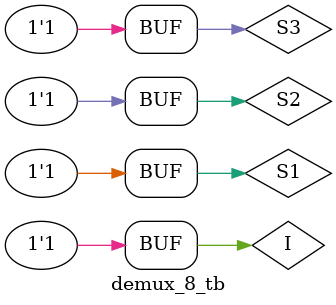
<source format=v>
module demux_8_tb();
	reg S1,S2,S3,I; 
	wire O1,O2,O3,O4,O5,O6,O7,O8;
	demux_8 dem8(O1,O2,O3,O4,O5,O6,O7,O8,S1,S2,S3,I);
	initial 
		begin
		S3=1'b0; S2=1'b0; S1=1'b0; I=1;
		#100 S3=1'b0; S2=1'b0; S1=1'b1; 
		#100 S3=1'b0; S2=1'b1; S1=1'b0; 
		#100 S3=1'b0; S2=1'b1; S1=1'b1; 
		#100 S3=1'b1; S2=1'b0; S1=1'b0; 
		#100 S3=1'b1; S2=1'b0; S1=1'b1; 
		#100 S3=1'b1; S2=1'b1; S1=1'b0; 
		#100 S3=1'b1; S2=1'b1; S1=1'b1; 
	end
endmodule

</source>
